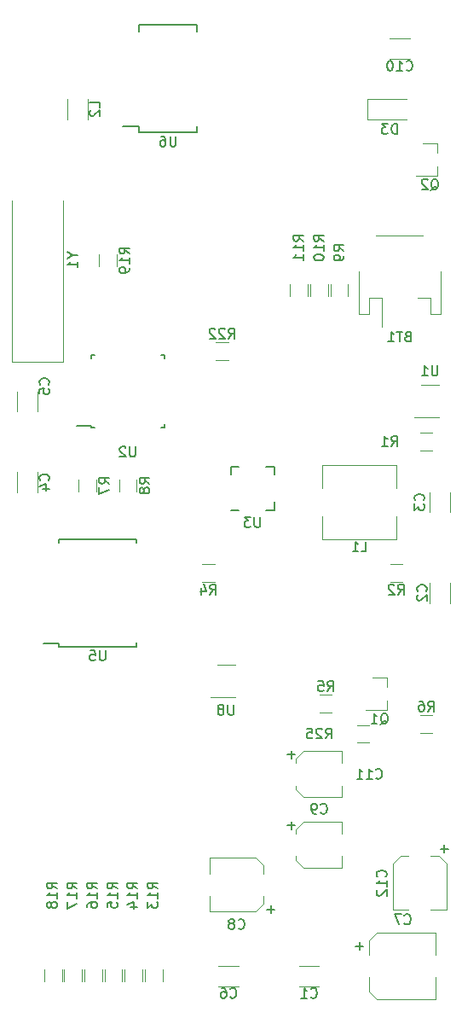
<source format=gbr>
G04 #@! TF.GenerationSoftware,KiCad,Pcbnew,5.0.1*
G04 #@! TF.CreationDate,2018-10-22T16:16:30+01:00*
G04 #@! TF.ProjectId,quiz-sch,7175697A2D7363682E6B696361645F70,rev?*
G04 #@! TF.SameCoordinates,Original*
G04 #@! TF.FileFunction,Legend,Bot*
G04 #@! TF.FilePolarity,Positive*
%FSLAX46Y46*%
G04 Gerber Fmt 4.6, Leading zero omitted, Abs format (unit mm)*
G04 Created by KiCad (PCBNEW 5.0.1) date Mon 22 Oct 2018 16:16:30 BST*
%MOMM*%
%LPD*%
G01*
G04 APERTURE LIST*
%ADD10C,0.120000*%
%ADD11C,0.150000*%
G04 APERTURE END LIST*
D10*
G04 #@! TO.C,BT1*
X87225000Y-79725000D02*
X87225000Y-82625000D01*
X86675000Y-73525000D02*
X91325000Y-73525000D01*
X92050000Y-79725000D02*
X90775000Y-79725000D01*
X92050000Y-81325000D02*
X92050000Y-79725000D01*
X93050000Y-81325000D02*
X92050000Y-81325000D01*
X93050000Y-77100000D02*
X93050000Y-81325000D01*
X84950000Y-81325000D02*
X84950000Y-77100000D01*
X85950000Y-81325000D02*
X84950000Y-81325000D01*
X85950000Y-79725000D02*
X85950000Y-81325000D01*
X87225000Y-79725000D02*
X85950000Y-79725000D01*
G04 #@! TO.C,C1*
X79000000Y-145980000D02*
X81000000Y-145980000D01*
X81000000Y-148020000D02*
X79000000Y-148020000D01*
G04 #@! TO.C,C2*
X91980000Y-110000000D02*
X91980000Y-108000000D01*
X94020000Y-108000000D02*
X94020000Y-110000000D01*
G04 #@! TO.C,C3*
X91980000Y-101000000D02*
X91980000Y-99000000D01*
X94020000Y-99000000D02*
X94020000Y-101000000D01*
G04 #@! TO.C,C4*
X50980000Y-99000000D02*
X50980000Y-97000000D01*
X53020000Y-97000000D02*
X53020000Y-99000000D01*
G04 #@! TO.C,C5*
X50980000Y-91000000D02*
X50980000Y-89000000D01*
X53020000Y-89000000D02*
X53020000Y-91000000D01*
G04 #@! TO.C,C6*
X73000000Y-148020000D02*
X71000000Y-148020000D01*
X71000000Y-145980000D02*
X73000000Y-145980000D01*
G04 #@! TO.C,C7*
X86760000Y-149300000D02*
X92600000Y-149300000D01*
X86000000Y-148540000D02*
X86760000Y-149300000D01*
X86760000Y-142700000D02*
X86000000Y-143460000D01*
X92600000Y-142700000D02*
X86760000Y-142700000D01*
X86000000Y-148540000D02*
X86000000Y-147120000D01*
X86000000Y-143460000D02*
X86000000Y-144880000D01*
X92600000Y-149300000D02*
X92600000Y-147120000D01*
X92600000Y-142700000D02*
X92600000Y-144880000D01*
G04 #@! TO.C,C8*
X74710000Y-140640000D02*
X70130000Y-140640000D01*
X75470000Y-139880000D02*
X74710000Y-140640000D01*
X74710000Y-135310000D02*
X75470000Y-136070000D01*
X70130000Y-135310000D02*
X74710000Y-135310000D01*
X75470000Y-136070000D02*
X75470000Y-136860000D01*
X75470000Y-139880000D02*
X75470000Y-139090000D01*
X70130000Y-140640000D02*
X70130000Y-139090000D01*
X70130000Y-135310000D02*
X70130000Y-136860000D01*
G04 #@! TO.C,C9*
X79480000Y-136290000D02*
X78710000Y-135520000D01*
X79480000Y-136290000D02*
X83290000Y-136290000D01*
X79480000Y-131710000D02*
X78710000Y-132480000D01*
X79480000Y-131710000D02*
X83290000Y-131710000D01*
X78710000Y-132480000D02*
X78710000Y-132880000D01*
X78710000Y-135520000D02*
X78710000Y-135120000D01*
X83290000Y-136290000D02*
X83290000Y-135120000D01*
X83290000Y-131710000D02*
X83290000Y-132880000D01*
G04 #@! TO.C,C10*
X90000000Y-56020000D02*
X88000000Y-56020000D01*
X88000000Y-53980000D02*
X90000000Y-53980000D01*
G04 #@! TO.C,C11*
X83290000Y-124710000D02*
X83290000Y-125880000D01*
X83290000Y-129290000D02*
X83290000Y-128120000D01*
X78710000Y-128520000D02*
X78710000Y-128120000D01*
X78710000Y-125480000D02*
X78710000Y-125880000D01*
X79480000Y-124710000D02*
X83290000Y-124710000D01*
X79480000Y-124710000D02*
X78710000Y-125480000D01*
X79480000Y-129290000D02*
X83290000Y-129290000D01*
X79480000Y-129290000D02*
X78710000Y-128520000D01*
G04 #@! TO.C,C12*
X88310000Y-140470000D02*
X89860000Y-140470000D01*
X93640000Y-140470000D02*
X92090000Y-140470000D01*
X92880000Y-135130000D02*
X92090000Y-135130000D01*
X89070000Y-135130000D02*
X89860000Y-135130000D01*
X88310000Y-140470000D02*
X88310000Y-135890000D01*
X88310000Y-135890000D02*
X89070000Y-135130000D01*
X92880000Y-135130000D02*
X93640000Y-135890000D01*
X93640000Y-135890000D02*
X93640000Y-140470000D01*
G04 #@! TO.C,D3*
X85750000Y-62000000D02*
X89650000Y-62000000D01*
X85750000Y-60000000D02*
X89650000Y-60000000D01*
X85750000Y-62000000D02*
X85750000Y-60000000D01*
G04 #@! TO.C,L1*
X88700000Y-103700000D02*
X88700000Y-101400000D01*
X81300000Y-103700000D02*
X88700000Y-103700000D01*
X81300000Y-101400000D02*
X81300000Y-103700000D01*
X81300000Y-96300000D02*
X81300000Y-98600000D01*
X88700000Y-96300000D02*
X81300000Y-96300000D01*
X88700000Y-98600000D02*
X88700000Y-96300000D01*
G04 #@! TO.C,L2*
X55980000Y-62000000D02*
X55980000Y-60000000D01*
X58020000Y-60000000D02*
X58020000Y-62000000D01*
G04 #@! TO.C,Q1*
X87760000Y-117420000D02*
X87760000Y-118350000D01*
X87760000Y-120580000D02*
X87760000Y-119650000D01*
X87760000Y-120580000D02*
X85600000Y-120580000D01*
X87760000Y-117420000D02*
X86300000Y-117420000D01*
G04 #@! TO.C,Q2*
X92760000Y-64420000D02*
X91300000Y-64420000D01*
X92760000Y-67580000D02*
X90600000Y-67580000D01*
X92760000Y-67580000D02*
X92760000Y-66650000D01*
X92760000Y-64420000D02*
X92760000Y-65350000D01*
G04 #@! TO.C,R1*
X91050000Y-94880000D02*
X92250000Y-94880000D01*
X92250000Y-93120000D02*
X91050000Y-93120000D01*
G04 #@! TO.C,R2*
X88050000Y-107880000D02*
X89250000Y-107880000D01*
X89250000Y-106120000D02*
X88050000Y-106120000D01*
G04 #@! TO.C,R4*
X69400000Y-107880000D02*
X70600000Y-107880000D01*
X70600000Y-106120000D02*
X69400000Y-106120000D01*
G04 #@! TO.C,R5*
X82250000Y-119120000D02*
X81050000Y-119120000D01*
X81050000Y-120880000D02*
X82250000Y-120880000D01*
G04 #@! TO.C,R6*
X91050000Y-122880000D02*
X92250000Y-122880000D01*
X92250000Y-121120000D02*
X91050000Y-121120000D01*
G04 #@! TO.C,R7*
X57120000Y-97750000D02*
X57120000Y-98950000D01*
X58880000Y-98950000D02*
X58880000Y-97750000D01*
G04 #@! TO.C,R8*
X62880000Y-98950000D02*
X62880000Y-97750000D01*
X61120000Y-97750000D02*
X61120000Y-98950000D01*
G04 #@! TO.C,R9*
X82120000Y-78400000D02*
X82120000Y-79600000D01*
X83880000Y-79600000D02*
X83880000Y-78400000D01*
G04 #@! TO.C,R10*
X81880000Y-79600000D02*
X81880000Y-78400000D01*
X80120000Y-78400000D02*
X80120000Y-79600000D01*
G04 #@! TO.C,R11*
X78120000Y-78400000D02*
X78120000Y-79600000D01*
X79880000Y-79600000D02*
X79880000Y-78400000D01*
G04 #@! TO.C,R13*
X55684157Y-146340652D02*
X55684157Y-147540652D01*
X57444157Y-147540652D02*
X57444157Y-146340652D01*
G04 #@! TO.C,R14*
X65444157Y-147540652D02*
X65444157Y-146340652D01*
X63684157Y-146340652D02*
X63684157Y-147540652D01*
G04 #@! TO.C,R15*
X59444157Y-147540652D02*
X59444157Y-146340652D01*
X57684157Y-146340652D02*
X57684157Y-147540652D01*
G04 #@! TO.C,R16*
X63444157Y-147540652D02*
X63444157Y-146340652D01*
X61684157Y-146340652D02*
X61684157Y-147540652D01*
G04 #@! TO.C,R17*
X53684157Y-146340652D02*
X53684157Y-147540652D01*
X55444157Y-147540652D02*
X55444157Y-146340652D01*
G04 #@! TO.C,R18*
X61444157Y-147540652D02*
X61444157Y-146340652D01*
X59684157Y-146340652D02*
X59684157Y-147540652D01*
G04 #@! TO.C,R19*
X60880000Y-76600000D02*
X60880000Y-75400000D01*
X59120000Y-75400000D02*
X59120000Y-76600000D01*
G04 #@! TO.C,R22*
X71950000Y-84120000D02*
X70750000Y-84120000D01*
X70750000Y-85880000D02*
X71950000Y-85880000D01*
G04 #@! TO.C,U1*
X92900000Y-91610000D02*
X90450000Y-91610000D01*
X91100000Y-88390000D02*
X92900000Y-88390000D01*
D11*
G04 #@! TO.C,U2*
X58375000Y-92400000D02*
X56950000Y-92400000D01*
X65625000Y-92625000D02*
X65300000Y-92625000D01*
X65625000Y-85375000D02*
X65300000Y-85375000D01*
X58375000Y-85375000D02*
X58700000Y-85375000D01*
X58375000Y-92625000D02*
X58700000Y-92625000D01*
X58375000Y-85375000D02*
X58375000Y-85700000D01*
X65625000Y-85375000D02*
X65625000Y-85700000D01*
X65625000Y-92625000D02*
X65625000Y-92300000D01*
X58375000Y-92625000D02*
X58375000Y-92400000D01*
G04 #@! TO.C,U3*
X76525000Y-100775000D02*
X75750000Y-100775000D01*
X76525000Y-96475000D02*
X75750000Y-96475000D01*
X72225000Y-96475000D02*
X73000000Y-96475000D01*
X72225000Y-100775000D02*
X73000000Y-100775000D01*
X76525000Y-96475000D02*
X76525000Y-97250000D01*
X72225000Y-96475000D02*
X72225000Y-97250000D01*
X76525000Y-100775000D02*
X76525000Y-100000000D01*
G04 #@! TO.C,U5*
X55125000Y-114050000D02*
X53600000Y-114050000D01*
X55125000Y-103675000D02*
X62875000Y-103675000D01*
X55125000Y-114325000D02*
X62875000Y-114325000D01*
X55125000Y-103675000D02*
X55125000Y-104030000D01*
X62875000Y-103675000D02*
X62875000Y-104030000D01*
X62875000Y-114325000D02*
X62875000Y-113970000D01*
X55125000Y-114325000D02*
X55125000Y-114050000D01*
G04 #@! TO.C,U6*
X63125000Y-62750000D02*
X61525000Y-62750000D01*
X63125000Y-52675000D02*
X68875000Y-52675000D01*
X63125000Y-63325000D02*
X68875000Y-63325000D01*
X63125000Y-52675000D02*
X63125000Y-53325000D01*
X68875000Y-52675000D02*
X68875000Y-53325000D01*
X68875000Y-63325000D02*
X68875000Y-62675000D01*
X63125000Y-63325000D02*
X63125000Y-62750000D01*
D10*
G04 #@! TO.C,Y1*
X50450000Y-86075000D02*
X50450000Y-70100000D01*
X55550000Y-86075000D02*
X50450000Y-86075000D01*
X55550000Y-70100000D02*
X55550000Y-86075000D01*
G04 #@! TO.C,U8*
X72650000Y-119360000D02*
X70200000Y-119360000D01*
X70850000Y-116140000D02*
X72650000Y-116140000D01*
G04 #@! TO.C,R25*
X85950000Y-122120000D02*
X84750000Y-122120000D01*
X84750000Y-123880000D02*
X85950000Y-123880000D01*
G04 #@! TO.C,BT1*
D11*
X89785714Y-83553571D02*
X89642857Y-83601190D01*
X89595238Y-83648809D01*
X89547619Y-83744047D01*
X89547619Y-83886904D01*
X89595238Y-83982142D01*
X89642857Y-84029761D01*
X89738095Y-84077380D01*
X90119047Y-84077380D01*
X90119047Y-83077380D01*
X89785714Y-83077380D01*
X89690476Y-83125000D01*
X89642857Y-83172619D01*
X89595238Y-83267857D01*
X89595238Y-83363095D01*
X89642857Y-83458333D01*
X89690476Y-83505952D01*
X89785714Y-83553571D01*
X90119047Y-83553571D01*
X89261904Y-83077380D02*
X88690476Y-83077380D01*
X88976190Y-84077380D02*
X88976190Y-83077380D01*
X87833333Y-84077380D02*
X88404761Y-84077380D01*
X88119047Y-84077380D02*
X88119047Y-83077380D01*
X88214285Y-83220238D01*
X88309523Y-83315476D01*
X88404761Y-83363095D01*
G04 #@! TO.C,C1*
X80166666Y-149107142D02*
X80214285Y-149154761D01*
X80357142Y-149202380D01*
X80452380Y-149202380D01*
X80595238Y-149154761D01*
X80690476Y-149059523D01*
X80738095Y-148964285D01*
X80785714Y-148773809D01*
X80785714Y-148630952D01*
X80738095Y-148440476D01*
X80690476Y-148345238D01*
X80595238Y-148250000D01*
X80452380Y-148202380D01*
X80357142Y-148202380D01*
X80214285Y-148250000D01*
X80166666Y-148297619D01*
X79214285Y-149202380D02*
X79785714Y-149202380D01*
X79500000Y-149202380D02*
X79500000Y-148202380D01*
X79595238Y-148345238D01*
X79690476Y-148440476D01*
X79785714Y-148488095D01*
G04 #@! TO.C,C2*
X91607142Y-108833333D02*
X91654761Y-108785714D01*
X91702380Y-108642857D01*
X91702380Y-108547619D01*
X91654761Y-108404761D01*
X91559523Y-108309523D01*
X91464285Y-108261904D01*
X91273809Y-108214285D01*
X91130952Y-108214285D01*
X90940476Y-108261904D01*
X90845238Y-108309523D01*
X90750000Y-108404761D01*
X90702380Y-108547619D01*
X90702380Y-108642857D01*
X90750000Y-108785714D01*
X90797619Y-108833333D01*
X90797619Y-109214285D02*
X90750000Y-109261904D01*
X90702380Y-109357142D01*
X90702380Y-109595238D01*
X90750000Y-109690476D01*
X90797619Y-109738095D01*
X90892857Y-109785714D01*
X90988095Y-109785714D01*
X91130952Y-109738095D01*
X91702380Y-109166666D01*
X91702380Y-109785714D01*
G04 #@! TO.C,C3*
X91357142Y-99833333D02*
X91404761Y-99785714D01*
X91452380Y-99642857D01*
X91452380Y-99547619D01*
X91404761Y-99404761D01*
X91309523Y-99309523D01*
X91214285Y-99261904D01*
X91023809Y-99214285D01*
X90880952Y-99214285D01*
X90690476Y-99261904D01*
X90595238Y-99309523D01*
X90500000Y-99404761D01*
X90452380Y-99547619D01*
X90452380Y-99642857D01*
X90500000Y-99785714D01*
X90547619Y-99833333D01*
X90452380Y-100166666D02*
X90452380Y-100785714D01*
X90833333Y-100452380D01*
X90833333Y-100595238D01*
X90880952Y-100690476D01*
X90928571Y-100738095D01*
X91023809Y-100785714D01*
X91261904Y-100785714D01*
X91357142Y-100738095D01*
X91404761Y-100690476D01*
X91452380Y-100595238D01*
X91452380Y-100309523D01*
X91404761Y-100214285D01*
X91357142Y-100166666D01*
G04 #@! TO.C,C4*
X54107142Y-97833333D02*
X54154761Y-97785714D01*
X54202380Y-97642857D01*
X54202380Y-97547619D01*
X54154761Y-97404761D01*
X54059523Y-97309523D01*
X53964285Y-97261904D01*
X53773809Y-97214285D01*
X53630952Y-97214285D01*
X53440476Y-97261904D01*
X53345238Y-97309523D01*
X53250000Y-97404761D01*
X53202380Y-97547619D01*
X53202380Y-97642857D01*
X53250000Y-97785714D01*
X53297619Y-97833333D01*
X53535714Y-98690476D02*
X54202380Y-98690476D01*
X53154761Y-98452380D02*
X53869047Y-98214285D01*
X53869047Y-98833333D01*
G04 #@! TO.C,C5*
X54107142Y-88333333D02*
X54154761Y-88285714D01*
X54202380Y-88142857D01*
X54202380Y-88047619D01*
X54154761Y-87904761D01*
X54059523Y-87809523D01*
X53964285Y-87761904D01*
X53773809Y-87714285D01*
X53630952Y-87714285D01*
X53440476Y-87761904D01*
X53345238Y-87809523D01*
X53250000Y-87904761D01*
X53202380Y-88047619D01*
X53202380Y-88142857D01*
X53250000Y-88285714D01*
X53297619Y-88333333D01*
X53202380Y-89238095D02*
X53202380Y-88761904D01*
X53678571Y-88714285D01*
X53630952Y-88761904D01*
X53583333Y-88857142D01*
X53583333Y-89095238D01*
X53630952Y-89190476D01*
X53678571Y-89238095D01*
X53773809Y-89285714D01*
X54011904Y-89285714D01*
X54107142Y-89238095D01*
X54154761Y-89190476D01*
X54202380Y-89095238D01*
X54202380Y-88857142D01*
X54154761Y-88761904D01*
X54107142Y-88714285D01*
G04 #@! TO.C,C6*
X72166666Y-149107142D02*
X72214285Y-149154761D01*
X72357142Y-149202380D01*
X72452380Y-149202380D01*
X72595238Y-149154761D01*
X72690476Y-149059523D01*
X72738095Y-148964285D01*
X72785714Y-148773809D01*
X72785714Y-148630952D01*
X72738095Y-148440476D01*
X72690476Y-148345238D01*
X72595238Y-148250000D01*
X72452380Y-148202380D01*
X72357142Y-148202380D01*
X72214285Y-148250000D01*
X72166666Y-148297619D01*
X71309523Y-148202380D02*
X71500000Y-148202380D01*
X71595238Y-148250000D01*
X71642857Y-148297619D01*
X71738095Y-148440476D01*
X71785714Y-148630952D01*
X71785714Y-149011904D01*
X71738095Y-149107142D01*
X71690476Y-149154761D01*
X71595238Y-149202380D01*
X71404761Y-149202380D01*
X71309523Y-149154761D01*
X71261904Y-149107142D01*
X71214285Y-149011904D01*
X71214285Y-148773809D01*
X71261904Y-148678571D01*
X71309523Y-148630952D01*
X71404761Y-148583333D01*
X71595238Y-148583333D01*
X71690476Y-148630952D01*
X71738095Y-148678571D01*
X71785714Y-148773809D01*
G04 #@! TO.C,C7*
X89466666Y-141797142D02*
X89514285Y-141844761D01*
X89657142Y-141892380D01*
X89752380Y-141892380D01*
X89895238Y-141844761D01*
X89990476Y-141749523D01*
X90038095Y-141654285D01*
X90085714Y-141463809D01*
X90085714Y-141320952D01*
X90038095Y-141130476D01*
X89990476Y-141035238D01*
X89895238Y-140940000D01*
X89752380Y-140892380D01*
X89657142Y-140892380D01*
X89514285Y-140940000D01*
X89466666Y-140987619D01*
X89133333Y-140892380D02*
X88466666Y-140892380D01*
X88895238Y-141892380D01*
X85400952Y-144071428D02*
X84639047Y-144071428D01*
X85020000Y-144452380D02*
X85020000Y-143690476D01*
G04 #@! TO.C,C8*
X72966666Y-142277142D02*
X73014285Y-142324761D01*
X73157142Y-142372380D01*
X73252380Y-142372380D01*
X73395238Y-142324761D01*
X73490476Y-142229523D01*
X73538095Y-142134285D01*
X73585714Y-141943809D01*
X73585714Y-141800952D01*
X73538095Y-141610476D01*
X73490476Y-141515238D01*
X73395238Y-141420000D01*
X73252380Y-141372380D01*
X73157142Y-141372380D01*
X73014285Y-141420000D01*
X72966666Y-141467619D01*
X72395238Y-141800952D02*
X72490476Y-141753333D01*
X72538095Y-141705714D01*
X72585714Y-141610476D01*
X72585714Y-141562857D01*
X72538095Y-141467619D01*
X72490476Y-141420000D01*
X72395238Y-141372380D01*
X72204761Y-141372380D01*
X72109523Y-141420000D01*
X72061904Y-141467619D01*
X72014285Y-141562857D01*
X72014285Y-141610476D01*
X72061904Y-141705714D01*
X72109523Y-141753333D01*
X72204761Y-141800952D01*
X72395238Y-141800952D01*
X72490476Y-141848571D01*
X72538095Y-141896190D01*
X72585714Y-141991428D01*
X72585714Y-142181904D01*
X72538095Y-142277142D01*
X72490476Y-142324761D01*
X72395238Y-142372380D01*
X72204761Y-142372380D01*
X72109523Y-142324761D01*
X72061904Y-142277142D01*
X72014285Y-142181904D01*
X72014285Y-141991428D01*
X72061904Y-141896190D01*
X72109523Y-141848571D01*
X72204761Y-141800952D01*
X76560952Y-140411428D02*
X75799047Y-140411428D01*
X76180000Y-140792380D02*
X76180000Y-140030476D01*
G04 #@! TO.C,C9*
X81166666Y-130817142D02*
X81214285Y-130864761D01*
X81357142Y-130912380D01*
X81452380Y-130912380D01*
X81595238Y-130864761D01*
X81690476Y-130769523D01*
X81738095Y-130674285D01*
X81785714Y-130483809D01*
X81785714Y-130340952D01*
X81738095Y-130150476D01*
X81690476Y-130055238D01*
X81595238Y-129960000D01*
X81452380Y-129912380D01*
X81357142Y-129912380D01*
X81214285Y-129960000D01*
X81166666Y-130007619D01*
X80690476Y-130912380D02*
X80500000Y-130912380D01*
X80404761Y-130864761D01*
X80357142Y-130817142D01*
X80261904Y-130674285D01*
X80214285Y-130483809D01*
X80214285Y-130102857D01*
X80261904Y-130007619D01*
X80309523Y-129960000D01*
X80404761Y-129912380D01*
X80595238Y-129912380D01*
X80690476Y-129960000D01*
X80738095Y-130007619D01*
X80785714Y-130102857D01*
X80785714Y-130340952D01*
X80738095Y-130436190D01*
X80690476Y-130483809D01*
X80595238Y-130531428D01*
X80404761Y-130531428D01*
X80309523Y-130483809D01*
X80261904Y-130436190D01*
X80214285Y-130340952D01*
X78610952Y-132061428D02*
X77849047Y-132061428D01*
X78230000Y-132442380D02*
X78230000Y-131680476D01*
G04 #@! TO.C,C10*
X89642857Y-57107142D02*
X89690476Y-57154761D01*
X89833333Y-57202380D01*
X89928571Y-57202380D01*
X90071428Y-57154761D01*
X90166666Y-57059523D01*
X90214285Y-56964285D01*
X90261904Y-56773809D01*
X90261904Y-56630952D01*
X90214285Y-56440476D01*
X90166666Y-56345238D01*
X90071428Y-56250000D01*
X89928571Y-56202380D01*
X89833333Y-56202380D01*
X89690476Y-56250000D01*
X89642857Y-56297619D01*
X88690476Y-57202380D02*
X89261904Y-57202380D01*
X88976190Y-57202380D02*
X88976190Y-56202380D01*
X89071428Y-56345238D01*
X89166666Y-56440476D01*
X89261904Y-56488095D01*
X88071428Y-56202380D02*
X87976190Y-56202380D01*
X87880952Y-56250000D01*
X87833333Y-56297619D01*
X87785714Y-56392857D01*
X87738095Y-56583333D01*
X87738095Y-56821428D01*
X87785714Y-57011904D01*
X87833333Y-57107142D01*
X87880952Y-57154761D01*
X87976190Y-57202380D01*
X88071428Y-57202380D01*
X88166666Y-57154761D01*
X88214285Y-57107142D01*
X88261904Y-57011904D01*
X88309523Y-56821428D01*
X88309523Y-56583333D01*
X88261904Y-56392857D01*
X88214285Y-56297619D01*
X88166666Y-56250000D01*
X88071428Y-56202380D01*
G04 #@! TO.C,C11*
X86642857Y-127357142D02*
X86690476Y-127404761D01*
X86833333Y-127452380D01*
X86928571Y-127452380D01*
X87071428Y-127404761D01*
X87166666Y-127309523D01*
X87214285Y-127214285D01*
X87261904Y-127023809D01*
X87261904Y-126880952D01*
X87214285Y-126690476D01*
X87166666Y-126595238D01*
X87071428Y-126500000D01*
X86928571Y-126452380D01*
X86833333Y-126452380D01*
X86690476Y-126500000D01*
X86642857Y-126547619D01*
X85690476Y-127452380D02*
X86261904Y-127452380D01*
X85976190Y-127452380D02*
X85976190Y-126452380D01*
X86071428Y-126595238D01*
X86166666Y-126690476D01*
X86261904Y-126738095D01*
X84738095Y-127452380D02*
X85309523Y-127452380D01*
X85023809Y-127452380D02*
X85023809Y-126452380D01*
X85119047Y-126595238D01*
X85214285Y-126690476D01*
X85309523Y-126738095D01*
X78610952Y-125061428D02*
X77849047Y-125061428D01*
X78230000Y-125442380D02*
X78230000Y-124680476D01*
G04 #@! TO.C,C12*
X87607142Y-137157142D02*
X87654761Y-137109523D01*
X87702380Y-136966666D01*
X87702380Y-136871428D01*
X87654761Y-136728571D01*
X87559523Y-136633333D01*
X87464285Y-136585714D01*
X87273809Y-136538095D01*
X87130952Y-136538095D01*
X86940476Y-136585714D01*
X86845238Y-136633333D01*
X86750000Y-136728571D01*
X86702380Y-136871428D01*
X86702380Y-136966666D01*
X86750000Y-137109523D01*
X86797619Y-137157142D01*
X87702380Y-138109523D02*
X87702380Y-137538095D01*
X87702380Y-137823809D02*
X86702380Y-137823809D01*
X86845238Y-137728571D01*
X86940476Y-137633333D01*
X86988095Y-137538095D01*
X86797619Y-138490476D02*
X86750000Y-138538095D01*
X86702380Y-138633333D01*
X86702380Y-138871428D01*
X86750000Y-138966666D01*
X86797619Y-139014285D01*
X86892857Y-139061904D01*
X86988095Y-139061904D01*
X87130952Y-139014285D01*
X87702380Y-138442857D01*
X87702380Y-139061904D01*
X93411428Y-134039047D02*
X93411428Y-134800952D01*
X93792380Y-134420000D02*
X93030476Y-134420000D01*
G04 #@! TO.C,D3*
X88738095Y-63452380D02*
X88738095Y-62452380D01*
X88500000Y-62452380D01*
X88357142Y-62500000D01*
X88261904Y-62595238D01*
X88214285Y-62690476D01*
X88166666Y-62880952D01*
X88166666Y-63023809D01*
X88214285Y-63214285D01*
X88261904Y-63309523D01*
X88357142Y-63404761D01*
X88500000Y-63452380D01*
X88738095Y-63452380D01*
X87833333Y-62452380D02*
X87214285Y-62452380D01*
X87547619Y-62833333D01*
X87404761Y-62833333D01*
X87309523Y-62880952D01*
X87261904Y-62928571D01*
X87214285Y-63023809D01*
X87214285Y-63261904D01*
X87261904Y-63357142D01*
X87309523Y-63404761D01*
X87404761Y-63452380D01*
X87690476Y-63452380D01*
X87785714Y-63404761D01*
X87833333Y-63357142D01*
G04 #@! TO.C,L1*
X85166666Y-104902380D02*
X85642857Y-104902380D01*
X85642857Y-103902380D01*
X84309523Y-104902380D02*
X84880952Y-104902380D01*
X84595238Y-104902380D02*
X84595238Y-103902380D01*
X84690476Y-104045238D01*
X84785714Y-104140476D01*
X84880952Y-104188095D01*
G04 #@! TO.C,L2*
X59202380Y-60833333D02*
X59202380Y-60357142D01*
X58202380Y-60357142D01*
X58297619Y-61119047D02*
X58250000Y-61166666D01*
X58202380Y-61261904D01*
X58202380Y-61500000D01*
X58250000Y-61595238D01*
X58297619Y-61642857D01*
X58392857Y-61690476D01*
X58488095Y-61690476D01*
X58630952Y-61642857D01*
X59202380Y-61071428D01*
X59202380Y-61690476D01*
G04 #@! TO.C,Q1*
X87095238Y-122047619D02*
X87190476Y-122000000D01*
X87285714Y-121904761D01*
X87428571Y-121761904D01*
X87523809Y-121714285D01*
X87619047Y-121714285D01*
X87571428Y-121952380D02*
X87666666Y-121904761D01*
X87761904Y-121809523D01*
X87809523Y-121619047D01*
X87809523Y-121285714D01*
X87761904Y-121095238D01*
X87666666Y-121000000D01*
X87571428Y-120952380D01*
X87380952Y-120952380D01*
X87285714Y-121000000D01*
X87190476Y-121095238D01*
X87142857Y-121285714D01*
X87142857Y-121619047D01*
X87190476Y-121809523D01*
X87285714Y-121904761D01*
X87380952Y-121952380D01*
X87571428Y-121952380D01*
X86190476Y-121952380D02*
X86761904Y-121952380D01*
X86476190Y-121952380D02*
X86476190Y-120952380D01*
X86571428Y-121095238D01*
X86666666Y-121190476D01*
X86761904Y-121238095D01*
G04 #@! TO.C,Q2*
X92095238Y-69047619D02*
X92190476Y-69000000D01*
X92285714Y-68904761D01*
X92428571Y-68761904D01*
X92523809Y-68714285D01*
X92619047Y-68714285D01*
X92571428Y-68952380D02*
X92666666Y-68904761D01*
X92761904Y-68809523D01*
X92809523Y-68619047D01*
X92809523Y-68285714D01*
X92761904Y-68095238D01*
X92666666Y-68000000D01*
X92571428Y-67952380D01*
X92380952Y-67952380D01*
X92285714Y-68000000D01*
X92190476Y-68095238D01*
X92142857Y-68285714D01*
X92142857Y-68619047D01*
X92190476Y-68809523D01*
X92285714Y-68904761D01*
X92380952Y-68952380D01*
X92571428Y-68952380D01*
X91761904Y-68047619D02*
X91714285Y-68000000D01*
X91619047Y-67952380D01*
X91380952Y-67952380D01*
X91285714Y-68000000D01*
X91238095Y-68047619D01*
X91190476Y-68142857D01*
X91190476Y-68238095D01*
X91238095Y-68380952D01*
X91809523Y-68952380D01*
X91190476Y-68952380D01*
G04 #@! TO.C,R1*
X88166666Y-94452380D02*
X88500000Y-93976190D01*
X88738095Y-94452380D02*
X88738095Y-93452380D01*
X88357142Y-93452380D01*
X88261904Y-93500000D01*
X88214285Y-93547619D01*
X88166666Y-93642857D01*
X88166666Y-93785714D01*
X88214285Y-93880952D01*
X88261904Y-93928571D01*
X88357142Y-93976190D01*
X88738095Y-93976190D01*
X87214285Y-94452380D02*
X87785714Y-94452380D01*
X87500000Y-94452380D02*
X87500000Y-93452380D01*
X87595238Y-93595238D01*
X87690476Y-93690476D01*
X87785714Y-93738095D01*
G04 #@! TO.C,R2*
X88816666Y-109152380D02*
X89150000Y-108676190D01*
X89388095Y-109152380D02*
X89388095Y-108152380D01*
X89007142Y-108152380D01*
X88911904Y-108200000D01*
X88864285Y-108247619D01*
X88816666Y-108342857D01*
X88816666Y-108485714D01*
X88864285Y-108580952D01*
X88911904Y-108628571D01*
X89007142Y-108676190D01*
X89388095Y-108676190D01*
X88435714Y-108247619D02*
X88388095Y-108200000D01*
X88292857Y-108152380D01*
X88054761Y-108152380D01*
X87959523Y-108200000D01*
X87911904Y-108247619D01*
X87864285Y-108342857D01*
X87864285Y-108438095D01*
X87911904Y-108580952D01*
X88483333Y-109152380D01*
X87864285Y-109152380D01*
G04 #@! TO.C,R4*
X70166666Y-109152380D02*
X70500000Y-108676190D01*
X70738095Y-109152380D02*
X70738095Y-108152380D01*
X70357142Y-108152380D01*
X70261904Y-108200000D01*
X70214285Y-108247619D01*
X70166666Y-108342857D01*
X70166666Y-108485714D01*
X70214285Y-108580952D01*
X70261904Y-108628571D01*
X70357142Y-108676190D01*
X70738095Y-108676190D01*
X69309523Y-108485714D02*
X69309523Y-109152380D01*
X69547619Y-108104761D02*
X69785714Y-108819047D01*
X69166666Y-108819047D01*
G04 #@! TO.C,R5*
X81816666Y-118752380D02*
X82150000Y-118276190D01*
X82388095Y-118752380D02*
X82388095Y-117752380D01*
X82007142Y-117752380D01*
X81911904Y-117800000D01*
X81864285Y-117847619D01*
X81816666Y-117942857D01*
X81816666Y-118085714D01*
X81864285Y-118180952D01*
X81911904Y-118228571D01*
X82007142Y-118276190D01*
X82388095Y-118276190D01*
X80911904Y-117752380D02*
X81388095Y-117752380D01*
X81435714Y-118228571D01*
X81388095Y-118180952D01*
X81292857Y-118133333D01*
X81054761Y-118133333D01*
X80959523Y-118180952D01*
X80911904Y-118228571D01*
X80864285Y-118323809D01*
X80864285Y-118561904D01*
X80911904Y-118657142D01*
X80959523Y-118704761D01*
X81054761Y-118752380D01*
X81292857Y-118752380D01*
X81388095Y-118704761D01*
X81435714Y-118657142D01*
G04 #@! TO.C,R6*
X91816666Y-120752380D02*
X92150000Y-120276190D01*
X92388095Y-120752380D02*
X92388095Y-119752380D01*
X92007142Y-119752380D01*
X91911904Y-119800000D01*
X91864285Y-119847619D01*
X91816666Y-119942857D01*
X91816666Y-120085714D01*
X91864285Y-120180952D01*
X91911904Y-120228571D01*
X92007142Y-120276190D01*
X92388095Y-120276190D01*
X90959523Y-119752380D02*
X91150000Y-119752380D01*
X91245238Y-119800000D01*
X91292857Y-119847619D01*
X91388095Y-119990476D01*
X91435714Y-120180952D01*
X91435714Y-120561904D01*
X91388095Y-120657142D01*
X91340476Y-120704761D01*
X91245238Y-120752380D01*
X91054761Y-120752380D01*
X90959523Y-120704761D01*
X90911904Y-120657142D01*
X90864285Y-120561904D01*
X90864285Y-120323809D01*
X90911904Y-120228571D01*
X90959523Y-120180952D01*
X91054761Y-120133333D01*
X91245238Y-120133333D01*
X91340476Y-120180952D01*
X91388095Y-120228571D01*
X91435714Y-120323809D01*
G04 #@! TO.C,R7*
X60152380Y-98183333D02*
X59676190Y-97850000D01*
X60152380Y-97611904D02*
X59152380Y-97611904D01*
X59152380Y-97992857D01*
X59200000Y-98088095D01*
X59247619Y-98135714D01*
X59342857Y-98183333D01*
X59485714Y-98183333D01*
X59580952Y-98135714D01*
X59628571Y-98088095D01*
X59676190Y-97992857D01*
X59676190Y-97611904D01*
X59152380Y-98516666D02*
X59152380Y-99183333D01*
X60152380Y-98754761D01*
G04 #@! TO.C,R8*
X64152380Y-98183333D02*
X63676190Y-97850000D01*
X64152380Y-97611904D02*
X63152380Y-97611904D01*
X63152380Y-97992857D01*
X63200000Y-98088095D01*
X63247619Y-98135714D01*
X63342857Y-98183333D01*
X63485714Y-98183333D01*
X63580952Y-98135714D01*
X63628571Y-98088095D01*
X63676190Y-97992857D01*
X63676190Y-97611904D01*
X63580952Y-98754761D02*
X63533333Y-98659523D01*
X63485714Y-98611904D01*
X63390476Y-98564285D01*
X63342857Y-98564285D01*
X63247619Y-98611904D01*
X63200000Y-98659523D01*
X63152380Y-98754761D01*
X63152380Y-98945238D01*
X63200000Y-99040476D01*
X63247619Y-99088095D01*
X63342857Y-99135714D01*
X63390476Y-99135714D01*
X63485714Y-99088095D01*
X63533333Y-99040476D01*
X63580952Y-98945238D01*
X63580952Y-98754761D01*
X63628571Y-98659523D01*
X63676190Y-98611904D01*
X63771428Y-98564285D01*
X63961904Y-98564285D01*
X64057142Y-98611904D01*
X64104761Y-98659523D01*
X64152380Y-98754761D01*
X64152380Y-98945238D01*
X64104761Y-99040476D01*
X64057142Y-99088095D01*
X63961904Y-99135714D01*
X63771428Y-99135714D01*
X63676190Y-99088095D01*
X63628571Y-99040476D01*
X63580952Y-98945238D01*
G04 #@! TO.C,R9*
X83452380Y-75083333D02*
X82976190Y-74750000D01*
X83452380Y-74511904D02*
X82452380Y-74511904D01*
X82452380Y-74892857D01*
X82500000Y-74988095D01*
X82547619Y-75035714D01*
X82642857Y-75083333D01*
X82785714Y-75083333D01*
X82880952Y-75035714D01*
X82928571Y-74988095D01*
X82976190Y-74892857D01*
X82976190Y-74511904D01*
X83452380Y-75559523D02*
X83452380Y-75750000D01*
X83404761Y-75845238D01*
X83357142Y-75892857D01*
X83214285Y-75988095D01*
X83023809Y-76035714D01*
X82642857Y-76035714D01*
X82547619Y-75988095D01*
X82500000Y-75940476D01*
X82452380Y-75845238D01*
X82452380Y-75654761D01*
X82500000Y-75559523D01*
X82547619Y-75511904D01*
X82642857Y-75464285D01*
X82880952Y-75464285D01*
X82976190Y-75511904D01*
X83023809Y-75559523D01*
X83071428Y-75654761D01*
X83071428Y-75845238D01*
X83023809Y-75940476D01*
X82976190Y-75988095D01*
X82880952Y-76035714D01*
G04 #@! TO.C,R10*
X81452380Y-74107142D02*
X80976190Y-73773809D01*
X81452380Y-73535714D02*
X80452380Y-73535714D01*
X80452380Y-73916666D01*
X80500000Y-74011904D01*
X80547619Y-74059523D01*
X80642857Y-74107142D01*
X80785714Y-74107142D01*
X80880952Y-74059523D01*
X80928571Y-74011904D01*
X80976190Y-73916666D01*
X80976190Y-73535714D01*
X81452380Y-75059523D02*
X81452380Y-74488095D01*
X81452380Y-74773809D02*
X80452380Y-74773809D01*
X80595238Y-74678571D01*
X80690476Y-74583333D01*
X80738095Y-74488095D01*
X80452380Y-75678571D02*
X80452380Y-75773809D01*
X80500000Y-75869047D01*
X80547619Y-75916666D01*
X80642857Y-75964285D01*
X80833333Y-76011904D01*
X81071428Y-76011904D01*
X81261904Y-75964285D01*
X81357142Y-75916666D01*
X81404761Y-75869047D01*
X81452380Y-75773809D01*
X81452380Y-75678571D01*
X81404761Y-75583333D01*
X81357142Y-75535714D01*
X81261904Y-75488095D01*
X81071428Y-75440476D01*
X80833333Y-75440476D01*
X80642857Y-75488095D01*
X80547619Y-75535714D01*
X80500000Y-75583333D01*
X80452380Y-75678571D01*
G04 #@! TO.C,R11*
X79452380Y-74107142D02*
X78976190Y-73773809D01*
X79452380Y-73535714D02*
X78452380Y-73535714D01*
X78452380Y-73916666D01*
X78500000Y-74011904D01*
X78547619Y-74059523D01*
X78642857Y-74107142D01*
X78785714Y-74107142D01*
X78880952Y-74059523D01*
X78928571Y-74011904D01*
X78976190Y-73916666D01*
X78976190Y-73535714D01*
X79452380Y-75059523D02*
X79452380Y-74488095D01*
X79452380Y-74773809D02*
X78452380Y-74773809D01*
X78595238Y-74678571D01*
X78690476Y-74583333D01*
X78738095Y-74488095D01*
X79452380Y-76011904D02*
X79452380Y-75440476D01*
X79452380Y-75726190D02*
X78452380Y-75726190D01*
X78595238Y-75630952D01*
X78690476Y-75535714D01*
X78738095Y-75440476D01*
G04 #@! TO.C,R13*
X64952380Y-138357142D02*
X64476190Y-138023809D01*
X64952380Y-137785714D02*
X63952380Y-137785714D01*
X63952380Y-138166666D01*
X64000000Y-138261904D01*
X64047619Y-138309523D01*
X64142857Y-138357142D01*
X64285714Y-138357142D01*
X64380952Y-138309523D01*
X64428571Y-138261904D01*
X64476190Y-138166666D01*
X64476190Y-137785714D01*
X64952380Y-139309523D02*
X64952380Y-138738095D01*
X64952380Y-139023809D02*
X63952380Y-139023809D01*
X64095238Y-138928571D01*
X64190476Y-138833333D01*
X64238095Y-138738095D01*
X63952380Y-139642857D02*
X63952380Y-140261904D01*
X64333333Y-139928571D01*
X64333333Y-140071428D01*
X64380952Y-140166666D01*
X64428571Y-140214285D01*
X64523809Y-140261904D01*
X64761904Y-140261904D01*
X64857142Y-140214285D01*
X64904761Y-140166666D01*
X64952380Y-140071428D01*
X64952380Y-139785714D01*
X64904761Y-139690476D01*
X64857142Y-139642857D01*
G04 #@! TO.C,R14*
X62952380Y-138357142D02*
X62476190Y-138023809D01*
X62952380Y-137785714D02*
X61952380Y-137785714D01*
X61952380Y-138166666D01*
X62000000Y-138261904D01*
X62047619Y-138309523D01*
X62142857Y-138357142D01*
X62285714Y-138357142D01*
X62380952Y-138309523D01*
X62428571Y-138261904D01*
X62476190Y-138166666D01*
X62476190Y-137785714D01*
X62952380Y-139309523D02*
X62952380Y-138738095D01*
X62952380Y-139023809D02*
X61952380Y-139023809D01*
X62095238Y-138928571D01*
X62190476Y-138833333D01*
X62238095Y-138738095D01*
X62285714Y-140166666D02*
X62952380Y-140166666D01*
X61904761Y-139928571D02*
X62619047Y-139690476D01*
X62619047Y-140309523D01*
G04 #@! TO.C,R15*
X60952380Y-138357142D02*
X60476190Y-138023809D01*
X60952380Y-137785714D02*
X59952380Y-137785714D01*
X59952380Y-138166666D01*
X60000000Y-138261904D01*
X60047619Y-138309523D01*
X60142857Y-138357142D01*
X60285714Y-138357142D01*
X60380952Y-138309523D01*
X60428571Y-138261904D01*
X60476190Y-138166666D01*
X60476190Y-137785714D01*
X60952380Y-139309523D02*
X60952380Y-138738095D01*
X60952380Y-139023809D02*
X59952380Y-139023809D01*
X60095238Y-138928571D01*
X60190476Y-138833333D01*
X60238095Y-138738095D01*
X59952380Y-140214285D02*
X59952380Y-139738095D01*
X60428571Y-139690476D01*
X60380952Y-139738095D01*
X60333333Y-139833333D01*
X60333333Y-140071428D01*
X60380952Y-140166666D01*
X60428571Y-140214285D01*
X60523809Y-140261904D01*
X60761904Y-140261904D01*
X60857142Y-140214285D01*
X60904761Y-140166666D01*
X60952380Y-140071428D01*
X60952380Y-139833333D01*
X60904761Y-139738095D01*
X60857142Y-139690476D01*
G04 #@! TO.C,R16*
X58952380Y-138357142D02*
X58476190Y-138023809D01*
X58952380Y-137785714D02*
X57952380Y-137785714D01*
X57952380Y-138166666D01*
X58000000Y-138261904D01*
X58047619Y-138309523D01*
X58142857Y-138357142D01*
X58285714Y-138357142D01*
X58380952Y-138309523D01*
X58428571Y-138261904D01*
X58476190Y-138166666D01*
X58476190Y-137785714D01*
X58952380Y-139309523D02*
X58952380Y-138738095D01*
X58952380Y-139023809D02*
X57952380Y-139023809D01*
X58095238Y-138928571D01*
X58190476Y-138833333D01*
X58238095Y-138738095D01*
X57952380Y-140166666D02*
X57952380Y-139976190D01*
X58000000Y-139880952D01*
X58047619Y-139833333D01*
X58190476Y-139738095D01*
X58380952Y-139690476D01*
X58761904Y-139690476D01*
X58857142Y-139738095D01*
X58904761Y-139785714D01*
X58952380Y-139880952D01*
X58952380Y-140071428D01*
X58904761Y-140166666D01*
X58857142Y-140214285D01*
X58761904Y-140261904D01*
X58523809Y-140261904D01*
X58428571Y-140214285D01*
X58380952Y-140166666D01*
X58333333Y-140071428D01*
X58333333Y-139880952D01*
X58380952Y-139785714D01*
X58428571Y-139738095D01*
X58523809Y-139690476D01*
G04 #@! TO.C,R17*
X56952380Y-138357142D02*
X56476190Y-138023809D01*
X56952380Y-137785714D02*
X55952380Y-137785714D01*
X55952380Y-138166666D01*
X56000000Y-138261904D01*
X56047619Y-138309523D01*
X56142857Y-138357142D01*
X56285714Y-138357142D01*
X56380952Y-138309523D01*
X56428571Y-138261904D01*
X56476190Y-138166666D01*
X56476190Y-137785714D01*
X56952380Y-139309523D02*
X56952380Y-138738095D01*
X56952380Y-139023809D02*
X55952380Y-139023809D01*
X56095238Y-138928571D01*
X56190476Y-138833333D01*
X56238095Y-138738095D01*
X55952380Y-139642857D02*
X55952380Y-140309523D01*
X56952380Y-139880952D01*
G04 #@! TO.C,R18*
X54952380Y-138357142D02*
X54476190Y-138023809D01*
X54952380Y-137785714D02*
X53952380Y-137785714D01*
X53952380Y-138166666D01*
X54000000Y-138261904D01*
X54047619Y-138309523D01*
X54142857Y-138357142D01*
X54285714Y-138357142D01*
X54380952Y-138309523D01*
X54428571Y-138261904D01*
X54476190Y-138166666D01*
X54476190Y-137785714D01*
X54952380Y-139309523D02*
X54952380Y-138738095D01*
X54952380Y-139023809D02*
X53952380Y-139023809D01*
X54095238Y-138928571D01*
X54190476Y-138833333D01*
X54238095Y-138738095D01*
X54380952Y-139880952D02*
X54333333Y-139785714D01*
X54285714Y-139738095D01*
X54190476Y-139690476D01*
X54142857Y-139690476D01*
X54047619Y-139738095D01*
X54000000Y-139785714D01*
X53952380Y-139880952D01*
X53952380Y-140071428D01*
X54000000Y-140166666D01*
X54047619Y-140214285D01*
X54142857Y-140261904D01*
X54190476Y-140261904D01*
X54285714Y-140214285D01*
X54333333Y-140166666D01*
X54380952Y-140071428D01*
X54380952Y-139880952D01*
X54428571Y-139785714D01*
X54476190Y-139738095D01*
X54571428Y-139690476D01*
X54761904Y-139690476D01*
X54857142Y-139738095D01*
X54904761Y-139785714D01*
X54952380Y-139880952D01*
X54952380Y-140071428D01*
X54904761Y-140166666D01*
X54857142Y-140214285D01*
X54761904Y-140261904D01*
X54571428Y-140261904D01*
X54476190Y-140214285D01*
X54428571Y-140166666D01*
X54380952Y-140071428D01*
G04 #@! TO.C,R19*
X62152380Y-75357142D02*
X61676190Y-75023809D01*
X62152380Y-74785714D02*
X61152380Y-74785714D01*
X61152380Y-75166666D01*
X61200000Y-75261904D01*
X61247619Y-75309523D01*
X61342857Y-75357142D01*
X61485714Y-75357142D01*
X61580952Y-75309523D01*
X61628571Y-75261904D01*
X61676190Y-75166666D01*
X61676190Y-74785714D01*
X62152380Y-76309523D02*
X62152380Y-75738095D01*
X62152380Y-76023809D02*
X61152380Y-76023809D01*
X61295238Y-75928571D01*
X61390476Y-75833333D01*
X61438095Y-75738095D01*
X62152380Y-76785714D02*
X62152380Y-76976190D01*
X62104761Y-77071428D01*
X62057142Y-77119047D01*
X61914285Y-77214285D01*
X61723809Y-77261904D01*
X61342857Y-77261904D01*
X61247619Y-77214285D01*
X61200000Y-77166666D01*
X61152380Y-77071428D01*
X61152380Y-76880952D01*
X61200000Y-76785714D01*
X61247619Y-76738095D01*
X61342857Y-76690476D01*
X61580952Y-76690476D01*
X61676190Y-76738095D01*
X61723809Y-76785714D01*
X61771428Y-76880952D01*
X61771428Y-77071428D01*
X61723809Y-77166666D01*
X61676190Y-77214285D01*
X61580952Y-77261904D01*
G04 #@! TO.C,R22*
X71992857Y-83752380D02*
X72326190Y-83276190D01*
X72564285Y-83752380D02*
X72564285Y-82752380D01*
X72183333Y-82752380D01*
X72088095Y-82800000D01*
X72040476Y-82847619D01*
X71992857Y-82942857D01*
X71992857Y-83085714D01*
X72040476Y-83180952D01*
X72088095Y-83228571D01*
X72183333Y-83276190D01*
X72564285Y-83276190D01*
X71611904Y-82847619D02*
X71564285Y-82800000D01*
X71469047Y-82752380D01*
X71230952Y-82752380D01*
X71135714Y-82800000D01*
X71088095Y-82847619D01*
X71040476Y-82942857D01*
X71040476Y-83038095D01*
X71088095Y-83180952D01*
X71659523Y-83752380D01*
X71040476Y-83752380D01*
X70659523Y-82847619D02*
X70611904Y-82800000D01*
X70516666Y-82752380D01*
X70278571Y-82752380D01*
X70183333Y-82800000D01*
X70135714Y-82847619D01*
X70088095Y-82942857D01*
X70088095Y-83038095D01*
X70135714Y-83180952D01*
X70707142Y-83752380D01*
X70088095Y-83752380D01*
G04 #@! TO.C,U1*
X92761904Y-86452380D02*
X92761904Y-87261904D01*
X92714285Y-87357142D01*
X92666666Y-87404761D01*
X92571428Y-87452380D01*
X92380952Y-87452380D01*
X92285714Y-87404761D01*
X92238095Y-87357142D01*
X92190476Y-87261904D01*
X92190476Y-86452380D01*
X91190476Y-87452380D02*
X91761904Y-87452380D01*
X91476190Y-87452380D02*
X91476190Y-86452380D01*
X91571428Y-86595238D01*
X91666666Y-86690476D01*
X91761904Y-86738095D01*
G04 #@! TO.C,U2*
X62761904Y-94502380D02*
X62761904Y-95311904D01*
X62714285Y-95407142D01*
X62666666Y-95454761D01*
X62571428Y-95502380D01*
X62380952Y-95502380D01*
X62285714Y-95454761D01*
X62238095Y-95407142D01*
X62190476Y-95311904D01*
X62190476Y-94502380D01*
X61761904Y-94597619D02*
X61714285Y-94550000D01*
X61619047Y-94502380D01*
X61380952Y-94502380D01*
X61285714Y-94550000D01*
X61238095Y-94597619D01*
X61190476Y-94692857D01*
X61190476Y-94788095D01*
X61238095Y-94930952D01*
X61809523Y-95502380D01*
X61190476Y-95502380D01*
G04 #@! TO.C,U3*
X75136904Y-101477380D02*
X75136904Y-102286904D01*
X75089285Y-102382142D01*
X75041666Y-102429761D01*
X74946428Y-102477380D01*
X74755952Y-102477380D01*
X74660714Y-102429761D01*
X74613095Y-102382142D01*
X74565476Y-102286904D01*
X74565476Y-101477380D01*
X74184523Y-101477380D02*
X73565476Y-101477380D01*
X73898809Y-101858333D01*
X73755952Y-101858333D01*
X73660714Y-101905952D01*
X73613095Y-101953571D01*
X73565476Y-102048809D01*
X73565476Y-102286904D01*
X73613095Y-102382142D01*
X73660714Y-102429761D01*
X73755952Y-102477380D01*
X74041666Y-102477380D01*
X74136904Y-102429761D01*
X74184523Y-102382142D01*
G04 #@! TO.C,U5*
X59761904Y-114702380D02*
X59761904Y-115511904D01*
X59714285Y-115607142D01*
X59666666Y-115654761D01*
X59571428Y-115702380D01*
X59380952Y-115702380D01*
X59285714Y-115654761D01*
X59238095Y-115607142D01*
X59190476Y-115511904D01*
X59190476Y-114702380D01*
X58238095Y-114702380D02*
X58714285Y-114702380D01*
X58761904Y-115178571D01*
X58714285Y-115130952D01*
X58619047Y-115083333D01*
X58380952Y-115083333D01*
X58285714Y-115130952D01*
X58238095Y-115178571D01*
X58190476Y-115273809D01*
X58190476Y-115511904D01*
X58238095Y-115607142D01*
X58285714Y-115654761D01*
X58380952Y-115702380D01*
X58619047Y-115702380D01*
X58714285Y-115654761D01*
X58761904Y-115607142D01*
G04 #@! TO.C,U6*
X66761904Y-63702380D02*
X66761904Y-64511904D01*
X66714285Y-64607142D01*
X66666666Y-64654761D01*
X66571428Y-64702380D01*
X66380952Y-64702380D01*
X66285714Y-64654761D01*
X66238095Y-64607142D01*
X66190476Y-64511904D01*
X66190476Y-63702380D01*
X65285714Y-63702380D02*
X65476190Y-63702380D01*
X65571428Y-63750000D01*
X65619047Y-63797619D01*
X65714285Y-63940476D01*
X65761904Y-64130952D01*
X65761904Y-64511904D01*
X65714285Y-64607142D01*
X65666666Y-64654761D01*
X65571428Y-64702380D01*
X65380952Y-64702380D01*
X65285714Y-64654761D01*
X65238095Y-64607142D01*
X65190476Y-64511904D01*
X65190476Y-64273809D01*
X65238095Y-64178571D01*
X65285714Y-64130952D01*
X65380952Y-64083333D01*
X65571428Y-64083333D01*
X65666666Y-64130952D01*
X65714285Y-64178571D01*
X65761904Y-64273809D01*
G04 #@! TO.C,Y1*
X56526190Y-75523809D02*
X57002380Y-75523809D01*
X56002380Y-75190476D02*
X56526190Y-75523809D01*
X56002380Y-75857142D01*
X57002380Y-76714285D02*
X57002380Y-76142857D01*
X57002380Y-76428571D02*
X56002380Y-76428571D01*
X56145238Y-76333333D01*
X56240476Y-76238095D01*
X56288095Y-76142857D01*
G04 #@! TO.C,U8*
X72511904Y-120102380D02*
X72511904Y-120911904D01*
X72464285Y-121007142D01*
X72416666Y-121054761D01*
X72321428Y-121102380D01*
X72130952Y-121102380D01*
X72035714Y-121054761D01*
X71988095Y-121007142D01*
X71940476Y-120911904D01*
X71940476Y-120102380D01*
X71321428Y-120530952D02*
X71416666Y-120483333D01*
X71464285Y-120435714D01*
X71511904Y-120340476D01*
X71511904Y-120292857D01*
X71464285Y-120197619D01*
X71416666Y-120150000D01*
X71321428Y-120102380D01*
X71130952Y-120102380D01*
X71035714Y-120150000D01*
X70988095Y-120197619D01*
X70940476Y-120292857D01*
X70940476Y-120340476D01*
X70988095Y-120435714D01*
X71035714Y-120483333D01*
X71130952Y-120530952D01*
X71321428Y-120530952D01*
X71416666Y-120578571D01*
X71464285Y-120626190D01*
X71511904Y-120721428D01*
X71511904Y-120911904D01*
X71464285Y-121007142D01*
X71416666Y-121054761D01*
X71321428Y-121102380D01*
X71130952Y-121102380D01*
X71035714Y-121054761D01*
X70988095Y-121007142D01*
X70940476Y-120911904D01*
X70940476Y-120721428D01*
X70988095Y-120626190D01*
X71035714Y-120578571D01*
X71130952Y-120530952D01*
G04 #@! TO.C,R25*
X81642857Y-123452380D02*
X81976190Y-122976190D01*
X82214285Y-123452380D02*
X82214285Y-122452380D01*
X81833333Y-122452380D01*
X81738095Y-122500000D01*
X81690476Y-122547619D01*
X81642857Y-122642857D01*
X81642857Y-122785714D01*
X81690476Y-122880952D01*
X81738095Y-122928571D01*
X81833333Y-122976190D01*
X82214285Y-122976190D01*
X81261904Y-122547619D02*
X81214285Y-122500000D01*
X81119047Y-122452380D01*
X80880952Y-122452380D01*
X80785714Y-122500000D01*
X80738095Y-122547619D01*
X80690476Y-122642857D01*
X80690476Y-122738095D01*
X80738095Y-122880952D01*
X81309523Y-123452380D01*
X80690476Y-123452380D01*
X79785714Y-122452380D02*
X80261904Y-122452380D01*
X80309523Y-122928571D01*
X80261904Y-122880952D01*
X80166666Y-122833333D01*
X79928571Y-122833333D01*
X79833333Y-122880952D01*
X79785714Y-122928571D01*
X79738095Y-123023809D01*
X79738095Y-123261904D01*
X79785714Y-123357142D01*
X79833333Y-123404761D01*
X79928571Y-123452380D01*
X80166666Y-123452380D01*
X80261904Y-123404761D01*
X80309523Y-123357142D01*
G04 #@! TD*
M02*

</source>
